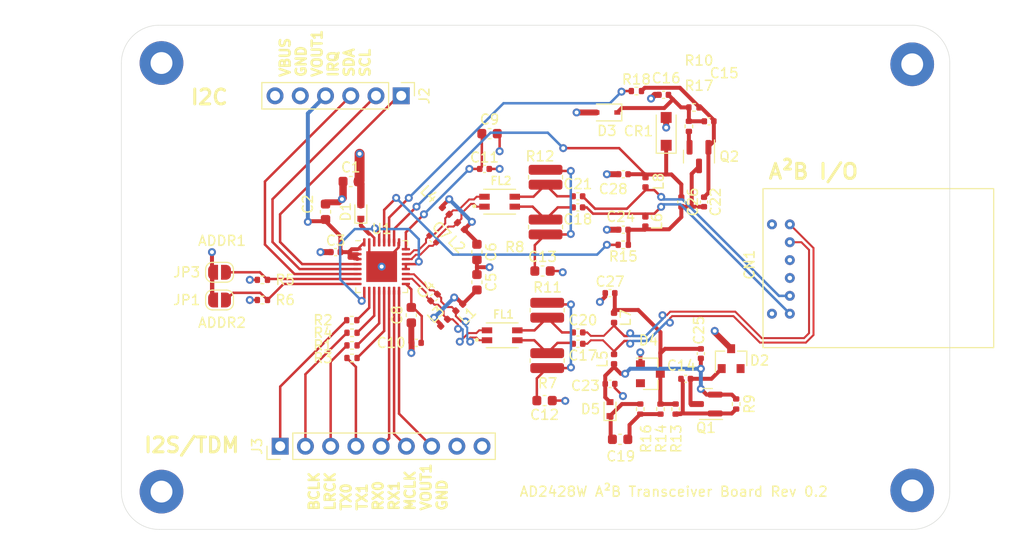
<source format=kicad_pcb>
(kicad_pcb (version 20221018) (generator pcbnew)
  (layers (0 "F.Cu" signal) (1 "In1.Cu" signal) (2 "In2.Cu" signal) (31 "B.Cu" signal) (34 "B.Paste" user) (35 "F.Paste" user) (36 "B.SilkS" user "B.Silkscreen") (37 "F.SilkS" user "F.Silkscreen") (38 "B.Mask" user) (39 "F.Mask" user) (44 "Edge.Cuts" user))
  (net 0 "")
  (net 1 "VBUS")
  (net 2 "GND")
  (net 3 "VOUT1")
  (net 4 "Net-(C5-Pad2)")
  (net 5 "Net-(C6-Pad1)")
  (net 6 "Net-(C12-Pad2)")
  (net 7 "Net-(C13-Pad1)")
  (net 8 "Net-(Q1-G)")
  (net 9 "Net-(D2-A)")
  (net 10 "Net-(D3-K)")
  (net 11 "Net-(Q2-G)")
  (net 12 "Net-(C17-Pad2)")
  (net 13 "Net-(C18-Pad2)")
  (net 14 "Net-(C19-Pad2)")
  (net 15 "Net-(D5-K)")
  (net 16 "Net-(C20-Pad2)")
  (net 17 "Net-(C21-Pad2)")
  (net 18 "Net-(Q2-D)")
  (net 19 "Net-(D5-A)")
  (net 20 "Net-(D4-K)")
  (net 21 "A2B_SLV_PGND")
  (net 24 "IRQ")
  (net 25 "I2C_SDA")
  (net 26 "I2C_SCL")
  (net 27 "MCLK")
  (net 28 "PCM_DIN1")
  (net 29 "PCM_DIN0")
  (net 30 "PCM_DOUT1")
  (net 31 "PCM_DOUT0")
  (net 32 "LRCK")
  (net 33 "BCLK")
  (net 34 "ADR1")
  (net 35 "ADR2")
  (net 38 "Net-(D1-K)")
  (net 39 "Net-(Q2-S)")
  (net 40 "A2B_SLV_PWR_SENSE")
  (net 41 "A2B_SLV_PWR_SWP")
  (net 42 "VOUT2")
  (net 43 "A2B_A_P")
  (net 44 "A2B_B_P")
  (net 45 "A2B_A_N")
  (net 46 "A2B_B_N")
  (net 47 "A_P")
  (net 48 "A_N")
  (net 49 "B_P")
  (net 50 "B_N")
  (net 51 "ACM")
  (net 52 "BCM")
  (net 53 "Net-(U1-DTX0{slash}IO3)")
  (net 54 "Net-(U1-BCLK)")
  (net 55 "Net-(U1-DTX1{slash}IO4)")
  (net 56 "Net-(U1-SYNC)")
  (footprint "Capacitor_SMD:C_0603_1608Metric" (layer "F.Cu") (at 140.716 71.628)
    (fp_text reference "C1")
    (fp_text value "10uF")
  )
  (footprint "Capacitor_SMD:C_0603_1608Metric" (layer "F.Cu") (at 138.176 74.676 -90)
    (fp_text reference "C2")
    (fp_text value "4.7uF")
  )
  (footprint "Capacitor_SMD:C_0402_1005Metric" (layer "F.Cu") (at 139.192 78.74)
    (fp_text reference "C3")
    (fp_text value "0.1uF")
  )
  (footprint "Capacitor_SMD:C_0402_1005Metric" (layer "F.Cu") (at 149.098 83.312 45)
    (fp_text reference "C4")
    (fp_text value "12pF")
  )
  (footprint "Capacitor_SMD:C_0603_1608Metric" (layer "F.Cu") (at 153.416 81.775 -90)
    (fp_text reference "C5")
    (fp_text value "0.33uF")
  )
  (footprint "Capacitor_SMD:C_0603_1608Metric" (layer "F.Cu") (at 153.416 78.727 -90)
    (fp_text reference "C6")
    (fp_text value "0.33uF")
  )
  (footprint "Capacitor_SMD:C_0402_1005Metric" (layer "F.Cu") (at 149.012589 77.384589 -45)
    (fp_text reference "C7")
    (fp_text value "12pF")
  )
  (footprint "Capacitor_SMD:C_0603_1608Metric" (layer "F.Cu") (at 146.812 85.09 90)
    (fp_text reference "C8")
    (fp_text value "4.7uF")
  )
  (footprint "Capacitor_SMD:C_0603_1608Metric" (layer "F.Cu") (at 154.686 66.802)
    (fp_text reference "C9")
    (fp_text value "4.7uF")
  )
  (footprint "Capacitor_SMD:C_0402_1005Metric" (layer "F.Cu") (at 147.32 87.884)
    (fp_text reference "C10")
    (fp_text value "0.1uF")
  )
  (footprint "Capacitor_SMD:C_0402_1005Metric" (layer "F.Cu") (at 154.178 70.358)
    (fp_text reference "C11")
    (fp_text value "0.1uF")
  )
  (footprint "Capacitor_SMD:C_0603_1608Metric" (layer "F.Cu") (at 160.2232 93.7006 180)
    (fp_text reference "C12")
    (fp_text value "0.033uF")
  )
  (footprint "Capacitor_SMD:C_0402_1005Metric" (layer "F.Cu") (at 174.432 91.506)
    (fp_text reference "C14")
    (fp_text value "0.033uF")
  )
  (footprint "Capacitor_SMD:C_0402_1005Metric" (layer "F.Cu") (at 176.784 65.56)
    (fp_text reference "C15")
    (fp_text value "0.015uF")
  )
  (footprint "Capacitor_SMD:C_0402_1005Metric" (layer "F.Cu") (at 172.212 62.893)
    (fp_text reference "C16")
    (fp_text value "0.033uF")
  )
  (footprint "Capacitor_SMD:C_0402_1005Metric" (layer "F.Cu") (at 163.5862 87.9754 180)
    (fp_text reference "C17")
    (fp_text value "0.01uF")
  )
  (footprint "Capacitor_SMD:C_0402_1005Metric" (layer "F.Cu") (at 163.576 74.2341 180)
    (fp_text reference "C18")
    (fp_text value "0.01uF")
  )
  (footprint "Capacitor_SMD:C_0603_1608Metric" (layer "F.Cu") (at 167.828 97.602)
    (fp_text reference "C19")
    (fp_text value "4.7uF")
  )
  (footprint "Capacitor_SMD:C_0402_1005Metric" (layer "F.Cu") (at 163.5862 86.8324 180)
    (fp_text reference "C20")
    (fp_text value "0.01uF")
  )
  (footprint "Capacitor_SMD:C_0402_1005Metric" (layer "F.Cu") (at 163.576 73.1165 180)
    (fp_text reference "C21")
    (fp_text value "0.01uF")
  )
  (footprint "Capacitor_SMD:C_0402_1005Metric" (layer "F.Cu") (at 176.276 73.688 -90)
    (fp_text reference "C22")
    (fp_text value "3300pF")
  )
  (footprint "Capacitor_SMD:C_0402_1005Metric" (layer "F.Cu") (at 166.812 92.014 180)
    (fp_text reference "C23")
    (fp_text value "0.033uF")
  )
  (footprint "Capacitor_SMD:C_0402_1005Metric" (layer "F.Cu") (at 168.148 76.482 180)
    (fp_text reference "C24")
    (fp_text value "0.033uF")
  )
  (footprint "Capacitor_SMD:C_0402_1005Metric" (layer "F.Cu") (at 175.956 88.966 -90)
    (fp_text reference "C25")
    (fp_text value "0.033uF")
  )
  (footprint "Capacitor_SMD:C_0402_1005Metric" (layer "F.Cu") (at 173.99 73.688 -90)
    (fp_text reference "C26")
    (fp_text value "0.033uF")
  )
  (footprint "Capacitor_SMD:C_0402_1005Metric" (layer "F.Cu") (at 166.812 82.87)
    (fp_text reference "C27")
    (fp_text value "0.033uF")
  )
  (footprint "Capacitor_SMD:C_0402_1005Metric" (layer "F.Cu") (at 168.148 70.894 180)
    (fp_text reference "C28")
    (fp_text value "0.033uF")
  )
  (footprint "Diode_SMD:D_SOD-123F" (layer "F.Cu") (at 172.466 66.576 90)
    (fp_text reference "CR1")
    (fp_text value "TPSMF4L28A")
  )
  (footprint "Diode_SMD:D_SOD-523" (layer "F.Cu") (at 141.732 74.676 90)
    (fp_text reference "D1")
    (fp_text value "CDBU0130L")
  )
  (footprint "Diode_SMD:D_SOT-23_ANK" (layer "F.Cu") (at 179.004 89.474 90)
    (fp_text reference "D2")
    (fp_text value "BAS116")
  )
  (footprint "Diode_SMD:D_SOD-323" (layer "F.Cu") (at 166.497 64.671 180)
    (fp_text reference "D3")
    (fp_text value "ZLLS400")
  )
  (footprint "Diode_SMD:D_SOT-23_ANK" (layer "F.Cu") (at 170.876 90.998)
    (fp_text reference "D4")
    (fp_text value "BAS116")
  )
  (footprint "Diode_SMD:D_SOD-523" (layer "F.Cu") (at 166.812 94.554 90)
    (fp_text reference "D5")
    (fp_text value "CDBU0130L")
  )
  (footprint "Connector_PinHeader_2.54mm:PinHeader_1x06_P2.54mm_Vertical" (layer "F.Cu") (at 145.796 62.992 -90)
    (fp_text reference "J2")
    (fp_text value "Comms")
  )
  (footprint "Connector_PinHeader_2.54mm:PinHeader_1x09_P2.54mm_Vertical" (layer "F.Cu") (at 133.614 98.298 90)
    (fp_text reference "J3")
    (fp_text value "Digital Audio")
  )
  (footprint "Inductor_SMD:L_0402_1005Metric" (layer "F.Cu") (at 151.638 84.328 -135)
    (fp_text reference "L1")
    (fp_text value "1000")
  )
  (footprint "Inductor_SMD:L_0402_1005Metric" (layer "F.Cu") (at 151.803053 76.111053 -45)
    (fp_text reference "L2")
    (fp_text value "1000")
  )
  (footprint "Inductor_SMD:L_0402_1005Metric" (layer "F.Cu") (at 150.114 85.852 45)
    (fp_text reference "L3")
    (fp_text value "1000")
  )
  (footprint "Inductor_SMD:L_0402_1005Metric" (layer "F.Cu") (at 150.279053 74.587053 135)
    (fp_text reference "L4")
    (fp_text value "1000")
  )
  (footprint "Inductor_SMD:L_0402_1005Metric" (layer "F.Cu") (at 167.2184 89.5248 90)
    (fp_text reference "L5")
    (fp_text value "3.3uH")
  )
  (footprint "Inductor_SMD:L_0402_1005Metric" (layer "F.Cu") (at 170.3705 75.6565 -90)
    (fp_text reference "L6")
    (fp_text value "3.3uH")
  )
  (footprint "Inductor_SMD:L_0402_1005Metric" (layer "F.Cu") (at 167.2184 85.3592 -90)
    (fp_text reference "L7")
    (fp_text value "3.3uH")
  )
  (footprint "Inductor_SMD:L_0402_1005Metric" (layer "F.Cu") (at 170.3832 71.7068 90)
    (fp_text reference "L8")
    (fp_text value "3.3uH")
  )
  (footprint "Package_TO_SOT_SMD:SOT-23" (layer "F.Cu") (at 176.464 94.046 180)
    (fp_text reference "Q1")
    (fp_text value "BSS83P")
  )
  (footprint "Package_TO_SOT_SMD:SOT-23" (layer "F.Cu") (at 175.768 69.116 -90)
    (fp_text reference "Q2")
    (fp_text value "Q_NPN_BCE")
  )
  (footprint "Resistor_SMD:R_0402_1005Metric" (layer "F.Cu") (at 140.8176 85.598 180)
    (fp_text reference "R2")
    (fp_text value "33")
  )
  (footprint "Resistor_SMD:R_0402_1005Metric" (layer "F.Cu") (at 140.843 89.408 180)
    (fp_text reference "R3")
    (fp_text value "33")
  )
  (footprint "Resistor_SMD:R_0402_1005Metric" (layer "F.Cu") (at 140.843 86.868 180)
    (fp_text reference "R4")
    (fp_text value "33")
  )
  (footprint "Resistor_SMD:R_0402_1005Metric" (layer "F.Cu") (at 131.826 81.534)
    (fp_text reference "R5")
    (fp_text value "10k")
  )
  (footprint "Resistor_SMD:R_0402_1005Metric" (layer "F.Cu") (at 131.826 83.566)
    (fp_text reference "R6")
    (fp_text value "10k")
  )
  (footprint "Resistor_SMD:R_0612_1632Metric" (layer "F.Cu") (at 160.4906 89.674 90)
    (fp_text reference "R7")
    (fp_text value "113")
  )
  (footprint "Resistor_SMD:R_0612_1632Metric" (layer "F.Cu") (at 160.3235 76.212 90)
    (fp_text reference "R8")
    (fp_text value "113")
  )
  (footprint "Resistor_SMD:R_0402_1005Metric" (layer "F.Cu") (at 179.512 94.044 90)
    (fp_text reference "R9")
    (fp_text value "100k")
  )
  (footprint "Resistor_SMD:R_0402_1005Metric" (layer "F.Cu") (at 175.26 64.163 180)
    (fp_text reference "R10")
    (fp_text value "33k")
  )
  (footprint "Resistor_SMD:R_0612_1632Metric" (layer "F.Cu") (at 160.4906 84.594 -90)
    (fp_text reference "R11")
    (fp_text value "113")
  )
  (footprint "Resistor_SMD:R_0612_1632Metric" (layer "F.Cu") (at 160.3235 71.1955 -90)
    (fp_text reference "R12")
    (fp_text value "113")
  )
  (footprint "Resistor_SMD:R_0402_1005Metric" (layer "F.Cu") (at 173.416 94.554 -90)
    (fp_text reference "R13")
    (fp_text value "10k")
  )
  (footprint "Resistor_SMD:R_0402_1005Metric" (layer "F.Cu") (at 171.892 94.554 -90)
    (fp_text reference "R14")
    (fp_text value "0")
  )
  (footprint "Resistor_SMD:R_0402_1005Metric" (layer "F.Cu") (at 168.148 78.006 180)
    (fp_text reference "R15")
    (fp_text value "1k")
  )
  (footprint "Resistor_SMD:R_0402_1005Metric" (layer "F.Cu") (at 169.86 94.554 -90)
    (fp_text reference "R16")
    (fp_text value "1k")
  )
  (footprint "Resistor_SMD:R_0402_1005Metric" (layer "F.Cu") (at 174.752 66.068 90)
    (fp_text reference "R17")
    (fp_text value "1")
  )
  (footprint "Resistor_SMD:R_0402_1005Metric" (layer "F.Cu") (at 169.4688 62.512)
    (fp_text reference "R18")
    (fp_text value "3.3k")
  )
  (footprint "Package_CSP:LFCSP-32-1EP_5x5mm_P0.5mm_EP3.1x3.1mm" (layer "F.Cu") (at 143.8275 80.2005)
    (fp_text reference "U1")
    (fp_text value "ADI-AD2428W-LFCSP32")
  )
  (footprint "a2b:FIL_DLW32MH101XK2L" (layer "F.Cu") (at 155.956 87.122)
    (fp_text reference "FL1")
    (fp_text value "DLW32MH101XK2B")
  )
  (footprint "a2b:FIL_DLW32MH101XK2L" (layer "F.Cu") (at 155.702 73.66)
    (fp_text reference "FL2")
    (fp_text value "DLW32MH101XK2B")
  )
  (footprint "Resistor_SMD:R_0402_1005Metric" (layer "F.Cu") (at 140.843 88.138 180)
    (fp_text reference "R1")
    (fp_text value "33")
  )
  (footprint "MountingHole:MountingHole_2.2mm_M2_Pad" (layer "F.Cu") (at 121.666 102.87)
    (fp_text reference "")
    (fp_text value "MountingHole_2.2mm_M2_Pad")
  )
  (footprint "MountingHole:MountingHole_2.2mm_M2_Pad" (layer "F.Cu") (at 121.666 59.69)
    (fp_text reference "")
    (fp_text value "MountingHole_2.2mm_M2_Pad")
  )
  (footprint "Jumper:SolderJumper-2_P1.3mm_Open_RoundedPad1.0x1.5mm" (layer "F.Cu") (at 127.508 80.772)
    (fp_text reference "JP3")
    (fp_text value "SolderJumper_2_Open")
  )
  (footprint "Capacitor_SMD:C_0603_1608Metric" (layer "F.Cu") (at 160.02 80.645)
    (fp_text reference "C13")
    (fp_text value "0.033uF")
  )
  (footprint "MountingHole:MountingHole_2.2mm_M2_Pad" (layer "F.Cu") (at 197.231 102.743)
    (fp_text reference "H1" hide)
    (fp_text value "MountingHole_2.2mm_M2_Pad")
  )
  (footprint "Jumper:SolderJumper-2_P1.3mm_Open_RoundedPad1.0x1.5mm" (layer "F.Cu") (at 127.508 83.566)
    (fp_text reference "JP1")
    (fp_text value "SolderJumper_2_Open")
  )
  (footprint "MountingHole:MountingHole_2.2mm_M2_Pad" (layer "F.Cu") (at 197.231 59.817)
    (fp_text reference "H1" hide)
    (fp_text value "MountingHole_2.2mm_M2_Pad")
  )
  (footprint "a2b:2177372-3" (layer "F.Cu") (at 187.612 80.446 90)
    (fp_text reference "CN1")
    (fp_text value "2177372-1")
  )
  (gr_arc (start 197.203923 55.88) (mid 199.898 56.995923) (end 201.013923 59.69) (stroke (width 0.05)) (layer "Edge.Cuts"))
  (gr_line (start 121.439077 55.88) (end 197.203923 55.88) (stroke (width 0.05)) (layer "Edge.Cuts"))
  (gr_arc (start 121.439077 106.68) (mid 118.745 105.564077) (end 117.629077 102.87) (stroke (width 0.05)) (layer "Edge.Cuts"))
  (gr_arc (start 201.013923 102.87) (mid 199.898 105.564077) (end 197.203923 106.68) (stroke (width 0.05)) (layer "Edge.Cuts"))
  (gr_line (start 117.629077 102.87) (end 117.629077 59.69) (stroke (width 0.05)) (layer "Edge.Cuts"))
  (gr_line (start 197.203923 106.68) (end 121.439077 106.68) (stroke (width 0.05)) (layer "Edge.Cuts"))
  (gr_arc (start 117.629077 59.69) (mid 118.745 56.995923) (end 121.439077 55.88) (stroke (width 0.05)) (layer "Edge.Cuts"))
  (gr_line (start 201.013923 59.69) (end 201.013923 102.87) (stroke (width 0.05)) (layer "Edge.Cuts"))
  (gr_text "ADDR1" (at 127.762 77.597) (layer "F.SilkS") (effects (font (size 1 1))))
  (gr_text "A²B I/O" (at 182.626 71.501) (layer "F.SilkS") (effects (font (size 1.5 1.5) (thickness 0.3) bold) (justify left bottom)))
  (gr_text "I2S/TDM" (at 119.761 99.06) (layer "F.SilkS") (effects (font (size 1.5 1.5) (thickness 0.3) bold) (justify left bottom)))
  (gr_text "I2C" (at 124.46 64.008) (layer "F.SilkS") (effects (font (size 1.5 1.5) (thickness 0.3) bold) (justify left bottom)))
  (gr_text "AD2428W A²B Transceiver Board Rev 0.2" (at 173.228 102.87) (layer "F.SilkS") (effects (font (size 1 1))))
  (gr_text "VBUS\nGND\nVOUT1\nIRQ\nSDA\nSCL" (at 142.748 61.214 90) (layer "F.SilkS") (effects (font (size 1 1) (thickness 0.25) bold) (justify left bottom)))
  (gr_text "BCLK\nLRCK\nTX0\nTX1\nRX0\nRX1\nMCLK\nVOUT1\nGND" (at 150.495 104.902 90) (layer "F.SilkS") (effects (font (size 1 1) (thickness 0.25) bold) (justify left bottom)))
  (gr_text "ADDR2" (at 127.762 85.852) (layer "F.SilkS") (effects (font (size 1 1))))
  (segment (start 165.447 64.671) (end 163.449 64.671) (width 0.6) (layer "F.Cu") (net 1))
  (segment (start 141.732 73.976) (end 141.732 71.869) (width 0.75) (layer "F.Cu") (net 1))
  (segment (start 141.732 71.869) (end 141.491 71.628) (width 0.75) (layer "F.Cu") (net 1))
  (segment (start 177.353 86.823) (end 179.004 88.474) (width 0.6) (layer "F.Cu") (net 1))
  (segment (start 141.605 71.514) (end 141.491 71.628) (width 1) (layer "F.Cu") (net 1))
  (segment (start 141.605 68.834) (end 141.605 71.514) (width 1) (layer "F.Cu") (net 1))
  (segment (start 177.353 86.68) (end 177.353 86.823) (width 0.6) (layer "F.Cu") (net 1))
  (via (at 163.449 64.671) (size 0.8) (drill 0.4) (layers "F.Cu" "B.Cu") (net 1))
  (via (at 141.605 68.834) (size 0.8) (drill 0.4) (layers "F.Cu" "B.Cu") (net 1))
  (via (at 177.353 86.68) (size 0.8) (drill 0.4) (layers "F.Cu" "B.Cu") (net 1))
  (segment (start 167.668 70.894) (end 166.497 70.894) (width 0.6) (layer "F.Cu") (net 2))
  (segment (start 145.52751 77.81299) (end 145.52751 78.273512) (width 0.25) (layer "F.Cu") (net 2))
  (segment (start 138.712 78.74) (end 137.668 78.74) (width 0.6) (layer "F.Cu") (net 2))
  (segment (start 146.84 88.872) (end 146.812 88.9) (width 0.6) (layer "F.Cu") (net 2))
  (segment (start 131.316 81.534) (end 130.556 81.534) (width 0.25) (layer "F.Cu") (net 2))
  (segment (start 139.941 73.292) (end 139.827 73.406) (width 0.75) (layer "F.Cu") (net 2))
  (segment (start 161.925 80.645) (end 162.052 80.772) (width 0.25) (layer "F.Cu") (net 2))
  (segment (start 146.84 87.884) (end 146.84 88.872) (width 0.6) (layer "F.Cu") (net 2))
  (segment (start 154.686 80.264) (end 153.416 80.264) (width 0.4) (layer "F.Cu") (net 2))
  (segment (start 169.876 88.855) (end 169.86 88.839) (width 0.4) (layer "F.Cu") (net 2))
  (segment (start 145.5775 77.763) (end 145.52751 77.81299) (width 0.25) (layer "F.Cu") (net 2))
  (segment (start 155.702 68.58) (end 155.702 67.043) (width 0.25) (layer "F.Cu") (net 2))
  (segment (start 167.292 92.423637) (end 168.112863 93.2445) (width 0.25) (layer "F.Cu") (net 2))
  (segment (start 160.9982 93.7006) (end 162.2806 93.7006) (width 0.25) (layer "F.Cu") (net 2))
  (segment (start 160.795 80.645) (end 161.925 80.645) (width 0.25) (layer "F.Cu") (net 2))
  (segment (start 171.732 62.893) (end 171.323 62.893) (width 0.6) (layer "F.Cu") (net 2))
  (segment (start 145.52751 78.273512) (end 143.8275 79.973522) (width 0.25) (layer "F.Cu") (net 2))
  (segment (start 166.332 83.223) (end 165.796 83.759) (width 0.4) (layer "F.Cu") (net 2))
  (segment (start 146.812 86.04) (end 146.812 87.856) (width 0.6) (layer "F.Cu") (net 2))
  (segment (start 155.702 67.043) (end 155.461 66.802) (width 0.25) (layer "F.Cu") (net 2))
  (segment (start 167.292 92.014) (end 167.292 92.423637) (width 0.25) (layer "F.Cu") (net 2))
  (segment (start 167.668 76.482) (end 166.497 76.482) (width 0.6) (layer "F.Cu") (net 2))
  (segment (start 166.332 82.87) (end 166.332 83.223) (width 0.4) (layer "F.Cu") (net 2))
  (segment (start 153.416 79.502) (end 153.416 80.264) (width 0.4) (layer "F.Cu") (net 2))
  (segment (start 142.5775 78.9505) (end 143.8275 80.2005) (width 0.25) (layer "F.Cu") (net 2))
  (segment (start 146.812 87.856) (end 146.84 87.884) (width 0.6) (layer "F.Cu") (net 2))
  (segment (start 154.658 70.358) (end 155.702 70.358) (width 0.25) (layer "F.Cu") (net 2))
  (segment (start 171.323 62.893) (end 170.942 63.274) (width 0.6) (layer "F.Cu") (net 2))
  (segment (start 139.507 73.726) (end 139.827 73.406) (width 0.6) (layer "F.Cu") (net 2))
  (segment (start 131.316 83.566) (end 130.556 83.566) (width 0.25) (layer "F.Cu") (net 2))
  (segment (start 143.8275 79.973522) (end 143.8275 80.2005) (width 0.25) (layer "F.Cu") (net 2))
  (segment (start 142.5775 77.763) (end 142.5775 78.9505) (width 0.25) (layer "F.Cu") (net 2))
  (segment (start 138.176 73.726) (end 139.507 73.726) (width 0.6) (layer "F.Cu") (net 2))
  (segment (start 153.416 80.264) (end 153.416 81) (width 0.4) (layer "F.Cu") (net 2))
  (segment (start 169.876 90.048) (end 169.876 88.855) (width 0.4) (layer "F.Cu") (net 2))
  (segment (start 139.941 71.628) (end 139.941 73.292) (width 0.75) (layer "F.Cu") (net 2))
  (segment (start 162.2806 93.7006) (end 162.306 93.726) (width 0.25) (layer "F.Cu") (net 2))
  (segment (start 172.466 65.176) (end 172.466 66.195) (width 0.6) (layer "F.Cu") (net 2))
  (via (at 166.497 70.894) (size 0.8) (drill 0.4) (layers "F.Cu" "B.Cu") (net 2))
  (via (at 154.686 80.264) (size 0.8) (drill 0.4) (layers "F.Cu" "B.Cu") (net 2))
  (via (at 162.306 93.726) (size 0.8) (drill 0.4) (layers "F.Cu" "B.Cu") (net 2))
  (via (at 139.827 73.406) (size 0.8) (drill 0.4) (layers "F.Cu" "B.Cu") (net 2))
  (via (at 162.052 80.772) (size 0.8) (drill 0.4) (layers "F.Cu" "B.Cu") (net 2))
  (via (at 130.556 81.534) (size 0.8) (drill 0.4) (layers "F.Cu" "B.Cu") (net 2))
  (via (at 155.702 70.358) (size 0.8) (drill 0.4) (layers "F.Cu" "B.Cu") (net 2))
  (via (at 137.668 78.74) (size 0.8) (drill 0.4) (layers "F.Cu" "B.Cu") (net 2))
  (via (at 130.556 83.566) (size 0.8) (drill 0.4) (layers "F.Cu" "B.Cu") (net 2))
  (via (at 170.942 63.274) (size 0.8) (drill 0.4) (layers "F.Cu" "B.Cu") (net 2))
  (via (at 172.466 66.195) (size 0.8) (drill 0.4) (layers "F.Cu" "B.Cu") (net 2))
  (via (at 166.497 76.482) (size 0.8) (drill 0.4) (layers "F.Cu" "B.Cu") (net 2))
  (via (at 165.796 83.759) (size 0.8) (drill 0.4) (layers "F.Cu" "B.Cu") (net 2))
  (via (at 155.702 68.58) (size 0.8) (drill 0.4) (layers "F.Cu" "B.Cu") (net 2))
  (via (at 168.112863 93.2445) (size 0.8) (drill 0.4) (layers "F.Cu" "B.Cu") (net 2))
  (via (at 143.8275 80.2005) (size 0.8) (drill 0.4) (layers "F.Cu" "B.Cu") (net 2))
  (via (at 169.86 88.839) (size 0.8) (drill 0.4) (layers "F.Cu" "B.Cu") (net 2))
  (via (at 146.812 88.9) (size 0.8) (drill 0.4) (layers "F.Cu" "B.Cu") (net 2))
  (segment (start 136.464 75.626) (end 136.398 75.692) (width 0.4) (layer "F.Cu") (net 3))
  (segment (start 139.672 78.74) (end 139.672 77.122) (width 0.4) (layer "F.Cu") (net 3))
  (segment (start 141.39 78.9505) (end 140.6217 78.9505) (width 0.4) (layer "F.Cu") (net 3))
  (segment (start 126.858 83.566) (end 126.858 80.772) (width 0.25) (layer "F.Cu") (net 3))
  (segment (start 141.39 78.4505) (end 142.0775 77.763) (width 0.25) (layer "F.Cu") (net 3))
  (segment (start 139.672 77.122) (end 138.176 75.626) (width 0.4) (layer "F.Cu") (net 3))
  (segment (start 140.8277 78.4505) (end 140.6017 78.6765) (width 0.4) (layer "F.Cu") (net 3))
  (segment (start 140.6217 78.9505) (end 140.6017 78.9305) (width 0.4) (layer "F.Cu") (net 3))
  (segment (start 139.672 78.74) (end 140.5382 78.74) (width 0.4) (layer "F.Cu") (net 3))
  (segment (start 141.39 78.4505) (end 140.8277 78.4505) (width 0.4) (layer "F.Cu") (net 3))
  (segment (start 126.746 83.454) (end 126.858 83.566) (width 0.4) (layer "F.Cu") (net 3))
  (segment (start 141.36499 79.42549) (end 141.39 79.42549) (width 0.4) (layer "F.Cu") (net 3))
  (segment (start 140.6017 78.6765) (end 140.6017 78.9305) (width 0.4) (layer "F.Cu") (net 3))
  (segment (start 141.251 79.3115) (end 141.36499 79.42549) (width 0.4) (layer "F.Cu") (net 3))
  (segment (start 140.5382 78.74) (end 140.6017 78.6765) (width 0.4) (layer "F.Cu") (net 3))
  (segment (start 126.746 78.74) (end 126.746 83.454) (width 0.4) (layer "F.Cu") (net 3))
  (segment (start 138.176 75.626) (end 136.464 75.626) (width 0.4) (layer "F.Cu") (net 3))
  (segment (start 140.6017 78.9305) (end 140.6017 79.3115) (width 0.4) (layer "F.Cu") (net 3))
  (segment (start 140.6017 79.3115) (end 141.251 79.3115) (width 0.4) (layer "F.Cu") (net 3))
  (via (at 126.746 78.74) (size 0.8) (drill 0.4) (layers "F.Cu" "B.Cu") (net 3))
  (via (at 136.398 75.692) (size 0.8) (drill 0.4) (layers "F.Cu" "B.Cu") (net 3))
  (segment (start 136.398 64.77) (end 138.176 62.992) (width 0.4) (layer "B.Cu") (net 3))
  (segment (start 136.398 75.692) (end 136.398 64.77) (width 0.4) (layer "B.Cu") (net 3))
  (segment (start 151.980947 83.985053) (end 153.416 82.55) (width 0.4) (layer "F.Cu") (net 4))
  (segment (start 149.771053 86.017053) (end 149.098 85.344) (width 0.4) (layer "F.Cu") (net 4))
  (segment (start 149.771053 86.194947) (end 149.771053 86.017053) (width 0.4) (layer "F.Cu") (net 4))
  (segment (start 151.13 83.312) (end 151.307894 83.312) (width 0.4) (layer "F.Cu") (net 4))
  (segment (start 151.307894 83.312) (end 151.980947 83.985053) (width 0.4) (layer "F.Cu") (net 4))
  (via (at 151.13 83.312) (size 0.8) (drill 0.4) (layers "F.Cu" "B.Cu") (net 4))
  (via (at 149.098 85.344) (size 0.8) (drill 0.4) (layers "F.Cu" "B.Cu") (net 4))
  (segment (start 149.098 85.344) (end 151.13 83.312) (width 0.4) (layer "B.Cu") (net 4))
  (segment (start 153.416 77.724) (end 152.146 76.454) (width 0.4) (layer "F.Cu") (net 5))
  (segment (start 149.936106 74.244106) (end 149.936106 74.100492) (width 0.4) (layer "F.Cu") (net 5))
  (segment (start 149.936106 74.100492) (end 150.626299 73.410299) (width 0.4) (layer "F.Cu") (net 5))
  (segment (start 152.908 75.692) (end 152.146 76.454) (width 0.4) (layer "F.Cu") (net 5))
  (segment (start 153.416 77.952) (end 153.416 77.724) (width 0.4) (layer "F.Cu") (net 5))
  (via (at 150.626299 73.410299) (size 0.8) (drill 0.4) (layers "F.Cu" "B.Cu") (net 5))
  (via (at 152.908 75.692) (size 0.8) (drill 0.4) (layers "F.Cu" "B.Cu") (net 5))
  (segment (start 150.626299 73.410299) (end 152.908 75.692) (width 0.4) (layer "B.Cu") (net 5))
  (segment (start 159.4482 93.7006) (end 159.4482 91.4664) (width 0.25) (layer "F.Cu") (net 6))
  (segment (start 159.6644 93.6218) (end 159.7432 93.7006) (width 0.25) (layer "F.Cu") (net 6))
  (segment (start 159.4482 91.4664) (end 160.4906 90.424) (width 0.25) (layer "F.Cu") (net 6))
  (segment (start 162.8782 84.0098) (end 160.6564 84.0098) (width 0.25) (layer "F.Cu") (net 6))
  (segment (start 162.814 90.424) (end 162.8782 90.3598) (width 0.25) (layer "F.Cu") (net 6))
  (segment (start 160.6564 84.0098) (end 160.4906 83.844) (width 0.25) (layer "F.Cu") (net 6))
  (segment (start 160.4906 90.424) (end 162.814 90.424) (width 0.25) (layer "F.Cu") (net 6))
  (via (at 162.8782 90.3598) (size 0.8) (drill 0.4) (layers "F.Cu" "B.Cu") (net 6))
  (via (at 162.8782 84.0098) (size 0.8) (drill 0.4) (layers "F.Cu" "B.Cu") (net 6))
  (segment (start 162.8782 90.3598) (end 162.8782 84.0098) (width 0.25) (layer "B.Cu") (net 6))
  (segment (start 159.245 80.645) (end 159.245 78.0405) (width 0.25) (layer "F.Cu") (net 7))
  (segment (start 160.3235 76.962) (end 162.814 76.962) (width 0.25) (layer "F.Cu") (net 7))
  (segment (start 159.245 78.0405) (end 160.3235 76.962) (width 0.25) (layer "F.Cu") (net 7))
  (segment (start 162.8635 70.5625) (end 160.4405 70.5625) (width 0.25) (layer "F.Cu") (net 7))
  (segment (start 160.4405 70.5625) (end 160.3235 70.4455) (width 0.25) (layer "F.Cu") (net 7))
  (segment (start 162.814 76.962) (end 162.8635 76.9125) (width 0.25) (layer "F.Cu") (net 7))
  (via (at 162.8635 70.5625) (size 0.8) (drill 0.4) (layers "F.Cu" "B.Cu") (net 7))
  (via (at 162.8635 76.9125) (size 0.8) (drill 0.4) (layers "F.Cu" "B.Cu") (net 7))
  (segment (start 162.8635 76.9125) (end 162.8635 70.5625) (width 0.25) (layer "B.Cu") (net 7))
  (segment (start 174.13552 91.68952) (end 174.13552 94.85048) (width 0.4) (layer "F.Cu") (net 8))
  (segment (start 179.07 94.996) (end 179.512 94.554) (width 0.4) (layer "F.Cu") (net 8))
  (segment (start 173.952 91.506) (end 174.13552 91.68952) (width 0.4) (layer "F.Cu") (net 8))
  (segment (start 173.484 94.996) (end 173.416 95.064) (width 0.4) (layer "F.Cu") (net 8))
  (segment (start 177.464 94.996) (end 179.07 94.996) (width 0.4) (layer "F.Cu") (net 8))
  (segment (start 173.922 95.064) (end 173.416 95.064) (width 0.4) (layer "F.Cu") (net 8))
  (segment (start 174.13552 94.85048) (end 173.922 95.064) (width 0.4) (layer "F.Cu") (net 8))
  (segment (start 177.464 94.996) (end 173.484 94.996) (width 0.4) (layer "F.Cu") (net 8))
  (segment (start 177.022 91.506) (end 178.054 90.474) (width 0.4) (layer "F.Cu") (net 9))
  (segment (start 174.94 94.046) (end 174.912 94.018) (width 0.4) (layer "F.Cu") (net 9))
  (segment (start 174.912 94.018) (end 174.912 91.506) (width 0.4) (layer "F.Cu") (net 9))
  (segment (start 174.912 91.506) (end 177.022 91.506) (width 0.4) (layer "F.Cu") (net 9))
  (segment (start 175.464 94.046) (end 174.94 94.046) (width 0.4) (layer "F.Cu") (net 9))
  (segment (start 174.75 64.163) (end 173.962 64.163) (width 0.4) (layer "F.Cu") (net 10))
  (segment (start 174.752 65.558) (end 174.752 64.165) (width 0.4) (layer "F.Cu") (net 10))
  (segment (start 176.304 65.56) (end 174.754 65.56) (width 0.4) (layer "F.Cu") (net 10))
  (segment (start 167.991511 64.226489) (end 172.275511 64.226489) (width 0.4) (layer "F.Cu") (net 10))
  (segment (start 173.962 64.163) (end 173.1505 63.3515) (width 0.4) (layer "F.Cu") (net 10))
  (segment (start 173.1505 63.3515) (end 172.692 62.893) (width 0.4) (layer "F.Cu") (net 10))
  (segment (start 174.752 64.165) (end 174.75 64.163) (width 0.4) (layer "F.Cu") (net 10))
  (segment (start 172.275511 64.226489) (end 173.1505 63.3515) (width 0.4) (layer "F.Cu") (net 10))
  (segment (start 174.754 65.56) (end 174.752 65.558) (width 0.4) (layer "F.Cu") (net 10))
  (segment (start 167.547 64.671) (end 167.991511 64.226489) (width 0.4) (layer "F.Cu") (net 10))
  (segment (start 176.276 73.208) (end 176.718 72.766) (width 0.4) (layer "F.Cu") (net 11))
  (segment (start 175.77 64.163) (end 175.979996 64.163) (width 0.4) (layer "F.Cu") (net 11))
  (segment (start 169.9788 62.512) (end 170.30732 62.18348) (width 0.4) (layer "F.Cu") (net 11))
  (segment (start 173.846405 62.18348) (end 175.77 64.107075) (width 0.4) (layer "F.Cu") (net 11))
  (segment (start 175.77 64.107075) (end 175.77 64.163) (width 0.4) (layer "F.Cu") (net 11))
  (segment (start 170.30732 62.18348) (end 173.846405 62.18348) (width 0.4) (layer "F.Cu") (net 11))
  (segment (start 176.718 72.766) (end 176.718 68.116) (width 0.4) (layer "F.Cu") (net 11))
  (segment (start 177.264 67.57) (end 176.718 68.116) (width 0.4) (layer "F.Cu") (net 11))
  (segment (start 177.264 65.56) (end 177.264 67.57) (width 0.4) (layer "F.Cu") (net 11))
  (segment (start 177.264 65.447004) (end 177.264 65.56) (width 0.4) (layer "F.Cu") (net 11))
  (segment (start 175.979996 64.163) (end 177.264 65.447004) (width 0.4) (layer "F.Cu") (net 11))
  (segment (start 161.5306 87.884) (end 160.4906 88.924) (width 0.25) (layer "F.Cu") (net 12))
  (segment (start 163.1062 87.9754) (end 163.0148 87.884) (width 0.25) (layer "F.Cu") (net 12))
  (segment (start 163.0148 87.884) (end 161.5306 87.884) (width 0.25) (layer "F.Cu") (net 12))
  (segment (start 157.481 87.622) (end 159.1886 87.622) (width 0.25) (layer "F.Cu") (net 12))
  (segment (start 159.1886 87.622) (end 160.4906 88.924) (width 0.25) (layer "F.Cu") (net 12))
  (segment (start 160.3235 75.3885) (end 160.3235 75.462) (width 0.25) (layer "F.Cu") (net 13))
  (segment (start 157.227 74.16) (end 159.0215 74.16) (width 0.25) (layer "F.Cu") (net 13))
  (segment (start 161.5514 74.2341) (end 160.3235 75.462) (width 0.25) (layer "F.Cu") (net 13))
  (segment (start 163.096 74.2341) (end 161.5514 74.2341) (width 0.25) (layer "F.Cu") (net 13))
  (segment (start 159.0215 74.16) (end 160.3235 75.462) (width 0.25) (layer "F.Cu") (net 13))
  (segment (start 168.778 97.602) (end 168.778 96.146) (width 0.4) (layer "F.Cu") (net 14))
  (segment (start 169.86 95.064) (end 171.892 95.064) (width 0.4) (layer "F.Cu") (net 14))
  (segment (start 168.778 96.146) (end 169.86 95.064) (width 0.4) (layer "F.Cu") (net 14))
  (segment (start 166.878 97.602) (end 166.878 95.32) (width 0.4) (layer "F.Cu") (net 15))
  (segment (start 166.812 95.254) (end 168.022 94.044) (width 0.4) (layer "F.Cu") (net 15))
  (segment (start 168.022 94.044) (end 169.86 94.044) (width 0.4) (layer "F.Cu") (net 15))
  (segment (start 166.878 95.32) (end 166.812 95.254) (width 0.4) (layer "F.Cu") (net 15))
  (segment (start 163.1062 86.8324) (end 161.979 86.8324) (width 0.25) (layer "F.Cu") (net 16))
  (segment (start 157.481 86.622) (end 159.2126 86.622) (width 0.25) (layer "F.Cu") (net 16))
  (segment (start 161.979 86.8324) (end 160.4906 85.344) (width 0.25) (layer "F.Cu") (net 16))
  (segment (start 163.0706 86.868) (end 163.1062 86.8324) (width 0.25) (layer "F.Cu") (net 16))
  (segment (start 159.2126 86.622) (end 160.4906 85.344) (width 0.25) (layer "F.Cu") (net 16))
  (segment (start 157.227 73.16) (end 159.109 73.16) (width 0.25) (layer "F.Cu") (net 17))
  (segment (start 159.109 73.16) (end 160.3235 71.9455) (width 0.25) (layer "F.Cu") (net 17))
  (segment (start 163.096 73.1165) (end 161.4945 73.1165) (width 0.25) (layer "F.Cu") (net 17))
  (segment (start 161.4945 73.1165) (end 160.3235 71.9455) (width 0.25) (layer "F.Cu") (net 17))
  (segment (start 173.99 75.212) (end 172.758 76.444) (width 0.4) (layer "F.Cu") (net 18))
  (segment (start 170.3325 76.482) (end 170.3705 76.444) (width 0.4) (layer "F.Cu") (net 18))
  (segment (start 173.99 74.168) (end 173.99 75.212) (width 0.4) (layer "F.Cu") (net 18))
  (segment (start 173.99 74.168) (end 175.034 74.168) (width 0.4) (layer "F.Cu") (net 18))
  (segment (start 175.768 70.116) (end 175.034 70.85) (width 0.4) (layer "F.Cu") (net 18))
  (segment (start 175.034 70.85) (end 175.034 74.168) (width 0.4) (layer "F.Cu") (net 18))
  (segment (start 172.758 76.444) (end 170.3705 76.444) (width 0.4) (layer "F.Cu") (net 18))
  (segment (start 168.658 76.512) (end 168.628 76.482) (width 0.4) (layer "F.Cu") (net 18))
  (segment (start 168.628 76.482) (end 170.3325 76.482) (width 0.4) (layer "F.Cu") (net 18))
  (segment (start 168.658 78.006) (end 168.658 76.512) (width 0.4) (layer "F.Cu") (net 18))
  (segment (start 175.034 74.168) (end 176.276 74.168) (width 0.4) (layer "F.Cu") (net 18))
  (segment (start 179.074 93.096) (end 179.512 93.534) (width 0.4) (layer "F.Cu") (net 19))
  (segment (start 166.332 92.014) (end 166.332 91.1987) (width 0.4) (layer "F.Cu") (net 19))
  (segment (start 177.464 93.096) (end 179.074 93.096) (width 0.4) (layer "F.Cu") (net 19))
  (segment (start 176.53 93.096) (end 175.956 92.522) (width 0.4) (layer "F.Cu") (net 19))
  (segment (start 166.812 93.854) (end 166.332 93.374) (width 0.4) (layer "F.Cu") (net 19))
  (segment (start 167.9041 90.998) (end 167.2184 90.3123) (width 0.4) (layer "F.Cu") (net 19))
  (segment (start 175.956 89.446) (end 175.956 90.49) (width 0.4) (layer "F.Cu") (net 19))
  (segment (start 166.332 91.1987) (end 167.2184 90.3123) (width 0.4) (layer "F.Cu") (net 19))
  (segment (start 177.464 93.096) (end 176.53 93.096) (width 0.4) (layer "F.Cu") (net 19))
  (segment (start 166.332 93.374) (end 166.332 92.014) (width 0.4) (layer "F.Cu") (net 19))
  (segment (start 168.336 90.998) (end 167.9041 90.998) (width 0.4) (layer "F.Cu") (net 19))
  (via (at 168.336 90.998) (size 0.8) (drill 0.4) (layers "F.Cu" "B.Cu") (net 19))
  (via (at 175.956 90.49) (size 0.8) (drill 0.4) (layers "F.Cu" "B.Cu") (net 19))
  (via (at 175.956 92.522) (size 0.8) (drill 0.4) (layers "F.Cu" "B.Cu") (net 19))
  (segment (start 168.844 90.49) (end 168.336 90.998) (width 0.4) (layer "B.Cu") (net 19))
  (segment (start 175.956 90.49) (end 175.956 92.522) (width 0.4) (layer "B.Cu") (net 19))
  (segment (start 175.956 90.49) (end 168.844 90.49) (width 0.4) (layer "B.Cu") (net 19))
  (segment (start 169.6567 84.5717) (end 167.2184 84.5717) (width 0.4) (layer "F.Cu") (net 20))
  (segment (start 167.2412 84.5489) (end 167.2184 84.5717) (width 0.25) (layer "F.Cu") (net 20))
  (segment (start 171.876 94.028) (end 171.892 94.044) (width 0.4) (layer "F.Cu") (net 20))
  (segment (start 172.34 88.486) (end 171.876 88.95) (width 0.4) (layer "F.Cu") (net 20))
  (segment (start 175.956 88.486) (end 172.34 88.486) (width 0.4) (layer "F.Cu") (net 20))
  (segment (start 171.892 88.80232) (end 171.892 86.807) (width 0.4) (layer "F.Cu") (net 20))
  (segment (start 171.892 86.807) (end 169.6567 84.5717) (width 0.4) (layer "F.Cu") (net 20))
  (segment (start 167.292 82.87) (end 167.292 84.4981) (width 0.4) (layer "F.Cu") (net 20))
  (segment (start 167.292 84.4981) (end 167.2184 84.5717) (width 0.4) (layer "F.Cu") (net 20))
  (segment (start 171.876 88.81832) (end 171.892 88.80232) (width 0.4) (layer "F.Cu") (net 20))
  (segment (start 171.876 88.95) (end 171.876 88.81832) (width 0.4) (layer "F.Cu") (net 20))
  (segment (start 171.876 90.998) (end 171.876 94.028) (width 0.4) (layer "F.Cu") (net 20))
  (segment (start 171.876 90.998) (end 171.876 88.95) (width 0.4) (layer "F.Cu") (net 20))
  (segment (start 171.892 94.044) (end 173.416 94.044) (width 0.4) (layer "F.Cu") (net 20))
  (segment (start 173.99 71.91) (end 172.9993 70.9193) (width 0.4) (layer "F.Cu") (net 21))
  (segment (start 170.3832 70.9193) (end 167.729 68.2651) (width 0.25) (layer "F.Cu") (net 21))
  (segment (start 172.9993 70.9193) (end 172.4407 70.9193) (width 0.4) (layer "F.Cu") (net 21))
  (segment (start 173.99 73.208) (end 173.99 71.91) (width 0.4) (layer "F.Cu") (net 21))
  (segment (start 172.4407 70.9193) (end 170.3832 70.9193) (width 0.4) (layer "F.Cu") (net 21))
  (segment (start 167.729 68.2651) (end 162.1028 68.2651) (width 0.25) (layer "F.Cu") (net 21))
  (segment (start 147.337353 74.159953) (end 145.0775 76.419806) (width 0.25) (layer "F.Cu") (net 21))
  (segment (start 168.628 70.894) (end 170.3579 70.894) (width 0.4) (layer "F.Cu") (net 21))
  (segment (start 172.466 67.976) (end 172.466 70.894) (width 0.4) (layer "F.Cu") (net 21))
  (segment (start 145.0775 76.419806) (end 145.0775 77.763) (width 0.25) (layer "F.Cu") (net 21))
  (segment (start 170.3579 70.894) (end 170.3832 70.9193) (width 0.4) (layer "F.Cu") (net 21))
  (segment (start 172.466 70.894) (end 172.4407 70.9193) (width 0.4) (layer "F.Cu") (net 21))
  (via (at 162.1028 68.2651) (size 0.8) (drill 0.4) (layers "F.Cu" "B.Cu") (net 21))
  (via (at 147.337353 74.159953) (size 0.8) (drill 0.4) (layers "F.Cu" "B.Cu") (net 21))
  (segment (start 154.784206 66.7131) (end 147.337353 74.159953) (width 0.25) (layer "B.Cu") (net 21))
  (segment (start 160.5508 66.7131) (end 162.1028 68.2651) (width 0.25) (layer "B.Cu") (net 21))
  (segment (start 154.784206 66.7131) (end 160.5508 66.7131) (width 0.25) (layer "B.Cu") (net 21))
  (segment (start 132.08 77.978) (end 135.0525 80.9505) (width 0.25) (layer "F.Cu") (net 24))
  (segment (start 140.716 62.992) (end 132.08 71.628) (width 0.25) (layer "F.Cu") (net 24))
  (segment (start 135.0525 80.9505) (end 141.39 80.9505) (width 0.25) (layer "F.Cu") (net 24))
  (segment (start 132.08 71.628) (end 132.08 77.978) (width 0.25) (layer "F.Cu") (net 24))
  (segment (start 143.256 62.992) (end 132.842 73.406) (width 0.25) (layer "F.Cu") (net 25))
  (segment (start 132.842 73.406) (end 132.842 77.724) (width 0.25) (layer "F.Cu") (net 25))
  (segment (start 132.842 77.724) (end 135.5685 80.4505) (width 0.25) (layer "F.Cu") (net 25))
  (segment (start 135.5685 80.4505) (end 141.39 80.4505) (width 0.25) (layer "F.Cu") (net 25))
  (segment (start 133.604 77.724) (end 135.8305 79.9505) (width 0.25) (layer "F.Cu") (net 26))
  (segment (start 145.796 62.992) (end 145.542 62.992) (width 0.25) (layer "F.Cu") (net 26))
  (segment (start 135.8305 79.9505) (end 141.39 79.9505) (width 0.25) (layer "F.Cu") (net 26))
  (segment (start 133.604 74.93) (end 133.604 77.724) (width 0.25) (layer "F.Cu") (net 26))
  (segment (start 145.542 62.992) (end 133.604 74.93) (width 0.25) (layer "F.Cu") (net 26))
  (segment (start 148.854 98.298) (end 145.5775 95.0215) (width 0.25) (layer "F.Cu") (net 27))
  (segment (start 145.5775 95.0215) (end 145.5775 82.638) (width 0.25) (layer "F.Cu") (net 27))
  (segment (start 146.314 98.298) (end 145.0775 97.0615) (width 0.25) (layer "F.Cu") (net 28))
  (segment (start 145.0775 97.0615) (end 145.0775 82.638) (width 0.25) (layer "F.Cu") (net 28))
  (segment (start 144.5775 97.4945) (end 144.5775 82.638) (width 0.25) (layer "F.Cu") (net 29))
  (segment (start 143.774 98.298) (end 144.5775 97.4945) (width 0.25) (layer "F.Cu") (net 29))
  (segment (start 141.234 98.298) (end 141.234 90.309) (width 0.25) (layer "F.Cu") (net 30))
  (segment (start 141.234 90.309) (end 140.333 89.408) (width 0.25) (layer "F.Cu") (net 30))
  (segment (start 138.694 98.298) (end 138.694 89.777) (width 0.25) (layer "F.Cu") (net 31))
  (segment (start 138.694 89.777) (end 140.333 88.138) (width 0.25) (layer "F.Cu") (net 31))
  (segment (start 136.154 98.298) (end 136.154 91.047) (width 0.25) (layer "F.Cu") (net 32))
  (segment (start 136.154 91.047) (end 140.333 86.868) (width 0.25) (layer "F.Cu") (net 32))
  (segment (start 133.614 92.2916) (end 140.3076 85.598) (width 0.25) (layer "F.Cu") (net 33))
  (segment (start 133.614 98.298) (end 133.614 92.2916) (width 0.25) (layer "F.Cu") (net 33))
  (segment (start 132.4195 81.4505) (end 132.336 81.534) (width 0.25) (layer "F.Cu") (net 34))
  (segment (start 128.158 80.772) (end 131.574 80.772) (width 0.25) (layer "F.Cu") (net 34))
  (segment (start 141.39 81.4505) (end 132.4195 81.4505) (width 0.25) (layer "F.Cu") (net 34))
  (segment (start 131.574 80.772) (end 132.336 81.534) (width 0.25) (layer "F.Cu") (net 34))
  (segment (start 133.9515 81.9505) (end 132.336 83.566) (width 0.25) (layer "F.Cu") (net 35))
  (segment (start 131.611 82.841) (end 132.336 83.566) (width 0.25) (layer "F.Cu") (net 35))
  (segment (start 141.39 81.9505) (end 133.9515 81.9505) (width 0.25) (layer "F.Cu") (net 35))
  (segment (start 128.158 83.566) (end 128.883 82.841) (width 0.25) (layer "F.Cu") (net 35))
  (segment (start 128.883 82.841) (end 131.611 82.841) (width 0.25) (layer "F.Cu") (net 35))
  (segment (start 143.0775 77.763) (end 143.0775 77.301786) (width 0.25) (layer "F.Cu") (net 38))
  (segment (start 143.0775 77.301786) (end 142.615857 76.840143) (width 0.25) (layer "F.Cu") (net 38))
  (segment (start 141.732 75.376) (end 141.732 76.062352) (width 0.4) (layer "F.Cu") (net 38))
  (segment (start 141.732 76.062352) (end 142.562824 76.893176) (width 0.4) (layer "F.Cu") (net 38))
  (segment (start 174.752 68.05) (end 174.818 68.116) (width 0.4) (layer "F.Cu") (net 39))
  (segment (start 174.752 66.578) (end 174.752 68.05) (width 0.4) (layer "F.Cu") (net 39))
  (segment (start 144.0775 77.763) (end 144.0775 74.4895) (width 0.25) (layer "F.Cu") (net 40))
  (segment (start 144.0775 74.4895) (end 145.288 73.279) (width 0.25) (layer "F.Cu") (net 40))
  (segment (start 166.497 78.006) (end 167.638 78.006) (width 0.25) (layer "F.Cu") (net 40))
  (via (at 166.497 78.006) (size 0.8) (drill 0.4) (layers "F.Cu" "B.Cu") (net 40))
  (via (at 145.288 73.279) (size 0.8) (drill 0.4) (layers "F.Cu" "B.Cu") (net 40))
  (segment (start 145.288 73.279) (end 151.003 78.994) (width 0.25) (layer "B.Cu") (net 40))
  (segment (start 165.509 78.994) (end 166.497 78.006) (width 0.25) (layer "B.Cu") (net 40))
  (segment (start 151.003 78.994) (end 165.509 78.994) (width 0.25) (layer "B.Cu") (net 40))
  (segment (start 144.5775 75.2595) (end 146.558 73.279) (width 0.25) (layer "F.Cu") (net 41))
  (segment (start 168.9588 62.512) (end 168.0337 62.512) (width 0.25) (layer "F.Cu") (net 41))
  (segment (start 168.0337 62.512) (end 167.9702 62.5755) (width 0.25) (layer "F.Cu") (net 41))
  (segment (start 144.5775 77.763) (end 144.5775 75.2595) (width 0.25) (layer "F.Cu") (net 41))
  (via (at 146.558 73.279) (size 0.8) (drill 0.4) (layers "F.Cu" "B.Cu") (net 41))
  (via (at 167.9702 62.5755) (size 0.8) (drill 0.4) (layers "F.Cu" "B.Cu") (net 41))
  (segment (start 156.0946 63.7424) (end 166.8033 63.7424) (width 0.25) (layer "B.Cu") (net 41))
  (segment (start 166.8033 63.7424) (end 167.9702 62.5755) (width 0.25) (layer "B.Cu") (net 41))
  (segment (start 146.558 73.279) (end 156.0946 63.7424) (width 0.25) (layer "B.Cu") (net 41))
  (segment (start 143.5775 77.763) (end 143.5775 76.777172) (width 0.25) (layer "F.Cu") (net 42))
  (segment (start 142.0775 82.638) (end 142.0775 83.3972) (width 0.25) (layer "F.Cu") (net 42))
  (segment (start 147.316502 79.9505) (end 146.265 79.9505) (width 0.25) (layer "F.Cu") (net 42))
  (segment (start 147.567901 79.699101) (end 147.316502 79.9505) (width 0.25) (layer "F.Cu") (net 42))
  (segment (start 143.5775 76.777172) (end 143.147214 76.346886) (width 0.25) (layer "F.Cu") (net 42))
  (segment (start 146.265 80.4505) (end 146.265 79.9505) (width 0.25) (layer "F.Cu") (net 42))
  (segment (start 142.0775 83.3972) (end 141.8198 83.6549) (width 0.25) (layer "F.Cu") (net 42))
  (via (at 143.147214 76.346886) (size 0.8) (drill 0.4) (layers "F.Cu" "B.Cu") (net 42))
  (via (at 147.567901 79.699101) (size 0.8) (drill 0.4) (layers "F.Cu" "B.Cu") (net 42))
  (via (at 141.8198 83.6549) (size 0.8) (drill 0.4) (layers "F.Cu" "B.Cu") (net 42))
  (segment (start 141.120961 76.417339) (end 146.546739 76.417339) (width 0.25) (layer "B.Cu") (net 42))
  (segment (start 147.567901 77.438501) (end 147.567901 79.699101) (width 0.25) (layer "B.Cu") (net 42))
  (segment (start 139.6492 81.4843) (end 139.6492 77.8891) (width 0.25) (layer "B.Cu") (net 42))
  (segment (start 146.546739 76.417339) (end 147.567901 77.438501) (width 0.25) (layer "B.Cu") (net 42))
  (segment (start 139.6492 77.8891) (end 141.120961 76.417339) (width 0.25) (layer "B.Cu") (net 42))
  (segment (start 141.8198 83.6549) (end 139.6492 81.4843) (width 0.25) (layer "B.Cu") (net 42))
  (segment (start 164.531201 87.9754) (end 164.877701 87.6289) (width 0.2) (layer "F.Cu") (net 43))
  (segment (start 173.067199 85.188) (end 179.2308 85.188) (width 0.2) (layer "F.Cu") (net 43))
  (segment (start 186.5292 87.855) (end 187.296 87.0882) (width 0.2) (layer "F.Cu") (net 43))
  (segment (start 168.2637 87.692) (end 168.569 87.692) (width 0.25) (layer "F.Cu") (net 43))
  (segment (start 164.877701 87.6289) (end 166.11 87.6289) (width 0.2) (layer "F.Cu") (net 43))
  (segment (start 166.11 87.6289) (end 167.2184 88.7373) (width 0.2) (layer "F.Cu") (net 43))
  (segment (start 179.2308 85.188) (end 181.8978 87.855) (width 0.2) (layer "F.Cu") (net 43))
  (segment (start 187.296 78.33) (end 184.912 75.946) (width 0.2) (layer "F.Cu") (net 43))
  (segment (start 187.296 87.0882) (end 187.296 78.33) (width 0.2) (layer "F.Cu") (net 43))
  (segment (start 181.8978 87.855) (end 186.5292 87.855) (width 0.2) (layer "F.Cu") (net 43))
  (segment (start 168.569 87.692) (end 168.844 87.967) (width 0.25) (layer "F.Cu") (net 43))
  (segment (start 167.2184 88.7373) (end 168.2637 87.692) (width 0.25) (layer "F.Cu") (net 43))
  (segment (start 172.837232 85.842232) (end 172.837232 85.417967) (width 0.2) (layer "F.Cu") (net 43))
  (segment (start 172.837232 85.417967) (end 173.067199 85.188) (width 0.2) (layer "F.Cu") (net 43))
  (segment (start 164.0662 87.9754) (end 164.531201 87.9754) (width 0.2) (layer "F.Cu") (net 43))
  (via (at 168.844 87.967) (size 0.8) (drill 0.4) (layers "F.Cu" "B.Cu") (net 43))
  (via (at 172.837232 85.842232) (size 0.8) (drill 0.4) (layers "F.Cu" "B.Cu") (net 43))
  (segment (start 168.844 87.967) (end 169.119 87.692) (width 0.25) (layer "B.Cu") (net 43))
  (segment (start 169.119 87.692) (end 170.598554 87.692) (width 0.25) (layer "B.Cu") (net 43))
  (segment (start 172.448322 85.842232) (end 172.837232 85.842232) (width 0.25) (layer "B.Cu") (net 43))
  (segment (start 170.598554 87.692) (end 172.448322 85.842232) (width 0.25) (layer "B.Cu") (net 43))
  (segment (start 165.101393 74.869) (end 164.466493 74.2341) (width 0.25) (layer "F.Cu") (net 44))
  (segment (start 170.3705 74.869) (end 171.268503 74.869) (width 0.25) (layer "F.Cu") (net 44))
  (segment (start 164.466493 74.2341) (end 164.056 74.2341) (width 0.25) (layer "F.Cu") (net 44))
  (segment (start 170.3705 74.869) (end 165.101393 74.869) (width 0.25) (layer "F.Cu") (net 44))
  (segment (start 171.268503 74.869) (end 171.958 74.179503) (width 0.25) (layer "F.Cu") (net 44))
  (via (at 171.958 74.179503) (size 0.8) (drill 0.4) (layers "F.Cu" "B.Cu") (net 44))
  (segment (start 172.207752 73.929751) (end 173.895751 73.929751) (width 0.25) (layer "B.Cu") (net 44))
  (segment (start 171.958 74.179503) (end 172.207752 73.929751) (width 0.25) (layer "B.Cu") (net 44))
  (segment (start 173.895751 73.929751) (end 184.912 84.946) (width 0.25) (layer "B.Cu") (net 44))
  (segment (start 166.1862 87.1789) (end 167.2184 86.1467) (width 0.2) (layer "F.Cu") (net 45))
  (segment (start 164.531201 86.8324) (end 164.877701 87.1789) (width 0.2) (layer "F.Cu") (net 45))
  (segment (start 186.075603 77.746) (end 184.912 77.746) (width 0.2) (layer "F.Cu") (net 45))
  (segment (start 164.877701 87.1789) (end 166.1862 87.1789) (width 0.2) (layer "F.Cu") (net 45))
  (segment (start 172.094768 85.099768) (end 172.519033 85.099768) (width 0.2) (layer "F.Cu") (net 45))
  (segment (start 167.2184 86.1467) (end 168.2637 87.192) (width 0.25) (layer "F.Cu") (net 45))
  (segment (start 186.846 86.9018) (end 186.846 78.516397) (width 0.2) (layer "F.Cu") (net 45))
  (segment (start 182.0842 87.405) (end 186.3428 87.405) (width 0.2) (layer "F.Cu") (net 45))
  (segment (start 172.880801 84.738) (end 179.4172 84.738) (width 0.2) (layer "F.Cu") (net 45))
  (segment (start 168.569 87.192) (end 168.844 86.917) (width 0.25) (layer "F.Cu") (net 45))
  (segment (start 179.4172 84.738) (end 182.0842 87.405) (width 0.2) (layer "F.Cu") (net 45))
  (segment (start 168.2637 87.192) (end 168.569 87.192) (width 0.25) (layer "F.Cu") (net 45))
  (segment (start 172.519033 85.099768) (end 172.880801 84.738) (width 0.2) (layer "F.Cu") (net 45))
  (segment (start 186.846 78.516397) (end 186.075603 77.746) (width 0.2) (layer "F.Cu") (net 45))
  (segment (start 164.0662 86.8324) (end 164.531201 86.8324) (width 0.2) (layer "F.Cu") (net 45))
  (segment (start 186.3428 87.405) (end 186.846 86.9018) (width 0.2) (layer "F.Cu") (net 45))
  (via (at 172.094768 85.099768) (size 0.8) (drill 0.4) (layers "F.Cu" "B.Cu") (net 45))
  (via (at 168.844 86.917) (size 0.8) (drill 0.4) (layers "F.Cu" "B.Cu") (net 45))
  (segment (start 170.391446 87.192) (end 172.094768 85.488678) (width 0.25) (layer "B.Cu") (net 45))
  (segment (start 169.119 87.192) (end 170.391446 87.192) (width 0.25) (layer "B.Cu") (net 45))
  (segment (start 172.094768 85.488678) (end 172.094768 85.099768) (width 0.25) (layer "B.Cu") (net 45))
  (segment (start 168.844 86.917) (end 169.119 87.192) (width 0.25) (layer "B.Cu") (net 45))
  (segment (start 170.3832 72.4943) (end 168.5085 74.369) (width 0.25) (layer "F.Cu") (net 46))
  (segment (start 168.5085 74.369) (end 165.3085 74.369) (width 0.25) (layer "F.Cu") (net 46))
  (segment (start 171.2723 72.4943) (end 171.958 73.18) (width 0.25) (layer "F.Cu") (net 46))
  (segment (start 165.3085 74.369) (end 164.056 73.1165) (width 0.25) (layer "F.Cu") (net 46))
  (segment (start 170.3832 72.4943) (end 171.2723 72.4943) (width 0.25) (layer "F.Cu") (net 46))
  (via (at 171.958 73.18) (size 0.8) (drill 0.4) (layers "F.Cu" "B.Cu") (net 46))
  (segment (start 183.819107 83.146) (end 184.912 83.146) (width 0.25) (layer "B.Cu") (net 46))
  (segment (start 171.958 73.18) (end 172.207751 73.429751) (width 0.25) (layer "B.Cu") (net 46))
  (segment (start 174.102858 73.429751) (end 183.819107 83.146) (width 0.25) (layer "B.Cu") (net 46))
  (segment (start 171.958 73.18) (end 172.250396 73.18) (width 0.25) (layer "B.Cu") (net 46))
  (segment (start 172.207751 73.429751) (end 174.102858 73.429751) (width 0.25) (layer "B.Cu") (net 46))
  (segment (start 147.079698 80.9755) (end 148.695794 82.591596) (width 0.2) (layer "F.Cu") (net 47))
  (segment (start 152.742515 87.348253) (end 152.742515 87.761856) (width 0.2) (layer "F.Cu") (net 47))
  (segment (start 153.368499 87.347) (end 152.743768 87.347) (width 0.2) (layer "F.Cu") (net 47))
  (segment (start 149.818404 83.353582) (end 149.818404 83.714206) (width 0.2) (layer "F.Cu") (net 47))
  (segment (start 149.056418 82.591596) (end 149.437411 82.972589) (width 0.2) (layer "F.Cu") (net 47))
  (segment (start 150.378697 84.274499) (end 150.898605 84.274499) (width 0.2) (layer "F.Cu") (net 47))
  (segment (start 149.818404 83.714206) (end 150.378697 84.274499) (width 0.2) (layer "F.Cu") (net 47))
  (segment (start 146.5775 80.9755) (end 147.079698 80.9755) (width 0.2) (layer "F.Cu") (net 47))
  (segment (start 151.295053 85.190854) (end 151.838967 85.734768) (width 0.2) (layer "F.Cu") (net 47))
  (segment (start 146.265 80.9505) (end 146.5525 80.9505) (width 0.2) (layer "F.Cu") (net 47))
  (segment (start 148.695794 82.591596) (end 149.056418 82.591596) (width 0.2) (layer "F.Cu") (net 47))
  (segment (start 146.5525 80.9505) (end 146.5775 80.9755) (width 0.2) (layer "F.Cu") (net 47))
  (segment (start 150.898605 84.274499) (end 151.295053 84.670947) (width 0.2) (layer "F.Cu") (net 47))
  (segment (start 151.838967 85.734768) (end 152.263232 85.734768) (width 0.2) (layer "F.Cu") (net 47))
  (segment (start 153.643499 87.622) (end 153.368499 87.347) (width 0.2) (layer "F.Cu") (net 47))
  (segment (start 149.437411 82.972589) (end 149.818404 83.353582) (width 0.2) (layer "F.Cu") (net 47))
  (segment (start 152.743768 87.347) (end 152.742515 87.348253) (width 0.2) (layer "F.Cu") (net 47))
  (segment (start 154.431 87.622) (end 153.643499 87.622) (width 0.2) (layer "F.Cu") (net 47))
  (segment (start 151.295053 84.670947) (end 151.295053 85.190854) (width 0.2) (layer "F.Cu") (net 47))
  (via (at 152.742515 87.761856) (size 0.8) (drill 0.4) (layers "F.Cu" "B.Cu") (net 47))
  (via (at 152.263232 85.734768) (size 0.8) (drill 0.4) (layers "F.Cu" "B.Cu") (net 47))
  (segment (start 152.442516 87.461857) (end 152.742515 87.761856) (width 0.2) (layer "B.Cu") (net 47))
  (segment (start 152.263232 86.159033) (end 152.442516 86.338317) (width 0.2) (layer "B.Cu") (net 47))
  (segment (start 152.263232 85.734768) (end 152.263232 86.159033) (width 0.2) (layer "B.Cu") (net 47))
  (segment (start 152.442516 86.338317) (end 152.442516 87.461857) (width 0.2) (layer "B.Cu") (net 47))
  (segment (start 151.520768 86.052967) (end 151.520768 86.477232) (width 0.2) (layer "F.Cu") (net 48))
  (segment (start 152.557371 86.897) (end 151.692515 87.761856) (width 0.2) (layer "F.Cu") (net 48))
  (segment (start 149.139582 84.032404) (end 149.500206 84.032404) (width 0.2) (layer "F.Cu") (net 48))
  (segment (start 153.368499 86.897) (end 152.557371 86.897) (width 0.2) (layer "F.Cu") (net 48))
  (segment (start 148.377596 83.270418) (end 148.758589 83.651411) (width 0.2) (layer "F.Cu") (net 48))
  (segment (start 150.976854 85.509053) (end 151.520768 86.052967) (width 0.2) (layer "F.Cu") (net 48))
  (segment (start 150.060499 85.112605) (end 150.456947 85.509053) (width 0.2) (layer "F.Cu") (net 48))
  (segment (start 154.431 86.622) (end 153.643499 86.622) (width 0.2) (layer "F.Cu") (net 48))
  (segment (start 148.758589 83.651411) (end 149.139582 84.032404) (width 0.2) (layer "F.Cu") (net 48))
  (segment (start 153.643499 86.622) (end 153.368499 86.897) (width 0.2) (layer "F.Cu") (net 48))
  (segment (start 146.265 81.4505) (end 146.5525 81.4505) (width 0.2) (layer "F.Cu") (net 48))
  (segment (start 149.500206 84.032404) (end 150.060499 84.592697) (width 0.2) (layer "F.Cu") (net 48))
  (segment (start 148.377596 82.909794) (end 148.377596 83.270418) (width 0.2) (layer "F.Cu") (net 48))
  (segment (start 150.456947 85.509053) (end 150.976854 85.509053) (width 0.2) (layer "F.Cu") (net 48))
  (segment (start 146.893302 81.4255) (end 148.377596 82.909794) (width 0.2) (layer "F.Cu") (net 48))
  (segment (start 146.5775 81.4255) (end 146.893302 81.4255) (width 0.2) (layer "F.Cu") (net 48))
  (segment (start 146.5525 81.4505) (end 146.5775 81.4255) (width 0.2) (layer "F.Cu") (net 48))
  (segment (start 150.060499 84.592697) (end 150.060499 85.112605) (width 0.2) (layer "F.Cu") (net 48))
  (via (at 151.692515 87.761856) (size 0.8) (drill 0.4) (layers "F.Cu" "B.Cu") (net 48))
  (via (at 151.520768 86.477232) (size 0.8) (drill 0.4) (layers "F.Cu" "B.Cu") (net 48))
  (segment (start 151.992514 87.461857) (end 151.692515 87.761856) (width 0.2) (layer "B.Cu") (net 48))
  (segment (start 151.992514 86.524713) (end 151.992514 87.461857) (width 0.2) (layer "B.Cu") (net 48))
  (segment (start 151.945033 86.477232) (end 151.992514 86.524713) (width 0.2) (layer "B.Cu") (net 48))
  (segment (start 151.520768 86.477232) (end 151.945033 86.477232) (width 0.2) (layer "B.Cu") (net 48))
  (segment (start 148.610383 78.104993) (end 147.716275 78.999101) (width 0.2) (layer "F.Cu") (net 49))
  (segment (start 147.277951 78.999101) (end 146.867901 79.409151) (width 0.2) (layer "F.Cu") (net 49))
  (segment (start 146.867901 79.4505) (end 146.265 79.4505) (width 0.2) (layer "F.Cu") (net 49))
  (segment (start 146.867901 79.409151) (end 146.867901 79.4505) (width 0.2) (layer "F.Cu") (net 49))
  (segment (start 147.716275 78.999101) (end 147.277951 78.999101) (width 0.2) (layer "F.Cu") (net 49))
  (segment (start 150.54375 76.164554) (end 149.662435 77.045871) (width 0.2) (layer "F.Cu") (net 49))
  (segment (start 151.460106 75.768106) (end 151.856554 75.371658) (width 0.2) (layer "F.Cu") (net 49))
  (segment (start 151.856554 74.85175) (end 152.823304 73.885) (width 0.2) (layer "F.Cu") (net 49))
  (segment (start 151.063658 76.164554) (end 150.54375 76.164554) (width 0.2) (layer "F.Cu") (net 49))
  (segment (start 151.460106 75.768106) (end 151.063658 76.164554) (width 0.2) (layer "F.Cu") (net 49))
  (segment (start 149.352 77.363377) (end 149.662435 77.052942) (width 0.2) (layer "F.Cu") (net 49))
  (segment (start 152.823304 73.885) (end 153.114499 73.885) (width 0.2) (layer "F.Cu") (net 49))
  (segment (start 149.352 77.724) (end 149.352 77.363377) (width 0.2) (layer "F.Cu") (net 49))
  (segment (start 153.114499 73.885) (end 153.389499 74.16) (width 0.2) (layer "F.Cu") (net 49))
  (segment (start 153.389499 74.16) (end 154.177 74.16) (width 0.2) (layer "F.Cu") (net 49))
  (segment (start 149.662435 77.052942) (end 149.662435 77.045871) (width 0.2) (layer "F.Cu") (net 49))
  (segment (start 148.971007 78.104993) (end 148.610383 78.104993) (width 0.2) (layer "F.Cu") (net 49))
  (segment (start 151.856554 75.371658) (end 151.856554 74.85175) (width 0.2) (layer "F.Cu") (net 49))
  (segment (start 149.352 77.724) (end 148.971007 78.104993) (width 0.2) (layer "F.Cu") (net 49))
  (segment (start 150.225552 75.326448) (end 150.622 74.93) (width 0.2) (layer "F.Cu") (net 50))
  (segment (start 147.529859 78.549121) (end 147.091563 78.549121) (width 0.2) (layer "F.Cu") (net 50))
  (segment (start 149.222467 76.856512) (end 149.222467 76.849439) (width 0.2) (layer "F.Cu") (net 50))
  (segment (start 146.265 78.9505) (end 146.289999 78.975499) (width 0.2) (layer "F.Cu") (net 50))
  (segment (start 148.292185 77.786795) (end 147.529859 78.549121) (width 0.2) (layer "F.Cu") (net 50))
  (segment (start 151.538356 74.533552) (end 152.636908 73.435) (width 0.2) (layer "F.Cu") (net 50))
  (segment (start 153.114499 73.435) (end 153.389499 73.16) (width 0.2) (layer "F.Cu") (net 50))
  (segment (start 150.225552 75.846356) (end 150.225552 75.326448) (width 0.2) (layer "F.Cu") (net 50))
  (segment (start 149.033801 77.045178) (end 149.222467 76.856512) (width 0.2) (layer "F.Cu") (net 50))
  (segment (start 148.292185 77.426171) (end 148.292185 77.786795) (width 0.2) (layer "F.Cu") (net 50))
  (segment (start 147.091563 78.549121) (end 146.690184 78.9505) (width 0.2) (layer "F.Cu") (net 50))
  (segment (start 152.636908 73.435) (end 153.114499 73.435) (width 0.2) (layer "F.Cu") (net 50))
  (segment (start 148.673178 77.045178) (end 148.292185 77.426171) (width 0.2) (layer "F.Cu") (net 50))
  (segment (start 148.673178 77.045178) (end 149.033801 77.045178) (width 0.2) (layer "F.Cu") (net 50))
  (segment (start 149.222467 76.849439) (end 150.225552 75.846356) (width 0.2) (layer "F.Cu") (net 50))
  (segment (start 153.389499 73.16) (end 154.177 73.16) (width 0.2) (layer "F.Cu") (net 50))
  (segment (start 146.690184 78.9505) (end 146.265 78.9505) (width 0.2) (layer "F.Cu") (net 50))
  (segment (start 150.622 74.93) (end 151.018448 74.533552) (width 0.2) (layer "F.Cu") (net 50))
  (segment (start 151.018448 74.533552) (end 151.538356 74.533552) (width 0.2) (layer "F.Cu") (net 50))
  (segment (start 147.862 87.822) (end 147.8 87.884) (width 0.25) (layer "F.Cu") (net 51))
  (segment (start 146.812 84.14) (end 147.862 85.19) (width 0.25) (layer "F.Cu") (net 51))
  (segment (start 146.812 84.14) (end 146.812 82.4975) (width 0.25) (layer "F.Cu") (net 51))
  (segment (start 146.685 84.013) (end 146.812 84.14) (width 0.25) (layer "F.Cu") (net 51))
  (segment (start 146.812 82.4975) (end 146.265 81.9505) (width 0.25) (layer "F.Cu") (net 51))
  (segment (start 147.862 85.19) (end 147.862 87.822) (width 0.25) (layer "F.Cu") (net 51))
  (segment (start 153.911 70.145) (end 153.698 70.358) (width 0.25) (layer "F.Cu") (net 52))
  (segment (start 146.265 76.747) (end 148.082 74.93) (width 0.25) (layer "F.Cu") (net 52))
  (segment (start 153.911 66.802) (end 153.911 70.145) (width 0.25) (layer "F.Cu") (net 52))
  (segment (start 152.654 70.358) (end 153.698 70.358) (width 0.25) (layer "F.Cu") (net 52))
  (segment (start 146.265 78.4505) (end 146.265 76.747) (width 0.25) (layer "F.Cu") (net 52))
  (via (at 152.654 70.358) (size 0.8) (drill 0.4) (layers "F.Cu" "B.Cu") (net 52))
  (via (at 148.082 74.93) (size 0.8) (drill 0.4) (layers "F.Cu" "B.Cu") (net 52))
  (segment (start 148.082 74.93) (end 152.654 70.358) (width 0.25) (layer "B.Cu") (net 52))
  (segment (start 143.5775 82.638) (end 143.5775 85.9135) (width 0.25) (layer "F.Cu") (net 53))
  (segment (start 143.5775 85.9135) (end 141.353 88.138) (width 0.25) (layer "F.Cu") (net 53))
  (segment (start 142.5775 84.3481) (end 142.5775 82.638) (width 0.25) (layer "F.Cu") (net 54))
  (segment (start 141.3276 85.598) (end 142.5775 84.3481) (width 0.25) (layer "F.Cu") (net 54))
  (segment (start 144.0775 86.6835) (end 141.353 89.408) (width 0.25) (layer "F.Cu") (net 55))
  (segment (start 144.0775 82.638) (end 144.0775 86.6835) (width 0.25) (layer "F.Cu") (net 55))
  (segment (start 143.0775 85.1435) (end 141.353 86.868) (width 0.25) (layer "F.Cu") (net 56))
  (segment (start 143.0775 82.638) (end 143.0775 85.1435) (width 0.25) (layer "F.Cu") (net 56))
)
</source>
